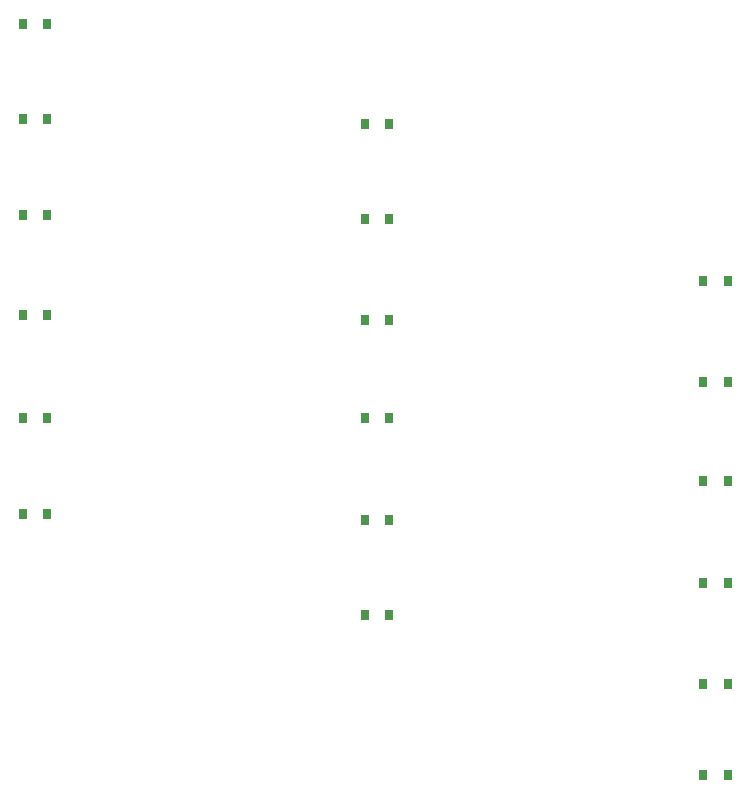
<source format=gtp>
G04 #@! TF.GenerationSoftware,KiCad,Pcbnew,(5.0.0-rc3-dev-5-g0013e0cad)*
G04 #@! TF.CreationDate,2018-07-11T14:46:06+01:00*
G04 #@! TF.ProjectId,Pride Badge,50726964652042616467652E6B696361,rev?*
G04 #@! TF.SameCoordinates,Original*
G04 #@! TF.FileFunction,Paste,Top*
G04 #@! TF.FilePolarity,Positive*
%FSLAX46Y46*%
G04 Gerber Fmt 4.6, Leading zero omitted, Abs format (unit mm)*
G04 Created by KiCad (PCBNEW (5.0.0-rc3-dev-5-g0013e0cad)) date 07/11/18 14:46:06*
%MOMM*%
%LPD*%
G01*
G04 APERTURE LIST*
%ADD10R,0.800000X0.900000*%
G04 APERTURE END LIST*
D10*
G04 #@! TO.C,DA1*
X88550000Y-56100000D03*
X90650000Y-56100000D03*
G04 #@! TD*
G04 #@! TO.C,DA2*
X119600000Y-64550000D03*
X117500000Y-64550000D03*
G04 #@! TD*
G04 #@! TO.C,DA3*
X146150000Y-77850000D03*
X148250000Y-77850000D03*
G04 #@! TD*
G04 #@! TO.C,DB1*
X90650000Y-64100000D03*
X88550000Y-64100000D03*
G04 #@! TD*
G04 #@! TO.C,DB2*
X119600000Y-72600000D03*
X117500000Y-72600000D03*
G04 #@! TD*
G04 #@! TO.C,DB3*
X148250000Y-86400000D03*
X146150000Y-86400000D03*
G04 #@! TD*
G04 #@! TO.C,DC1*
X88550000Y-72300000D03*
X90650000Y-72300000D03*
G04 #@! TD*
G04 #@! TO.C,DC2*
X119600000Y-81150000D03*
X117500000Y-81150000D03*
G04 #@! TD*
G04 #@! TO.C,DC3*
X146150000Y-94750000D03*
X148250000Y-94750000D03*
G04 #@! TD*
G04 #@! TO.C,DD1*
X90650000Y-80750000D03*
X88550000Y-80750000D03*
G04 #@! TD*
G04 #@! TO.C,DD2*
X117500000Y-89450000D03*
X119600000Y-89450000D03*
G04 #@! TD*
G04 #@! TO.C,DD3*
X148250000Y-103450000D03*
X146150000Y-103450000D03*
G04 #@! TD*
G04 #@! TO.C,DE1*
X88550000Y-89450000D03*
X90650000Y-89450000D03*
G04 #@! TD*
G04 #@! TO.C,DE2*
X119600000Y-98100000D03*
X117500000Y-98100000D03*
G04 #@! TD*
G04 #@! TO.C,DE3*
X146150000Y-111950000D03*
X148250000Y-111950000D03*
G04 #@! TD*
G04 #@! TO.C,DF1*
X90650000Y-97600000D03*
X88550000Y-97600000D03*
G04 #@! TD*
G04 #@! TO.C,DF2*
X117500000Y-106150000D03*
X119600000Y-106150000D03*
G04 #@! TD*
G04 #@! TO.C,DF3*
X146150000Y-119650000D03*
X148250000Y-119650000D03*
G04 #@! TD*
M02*

</source>
